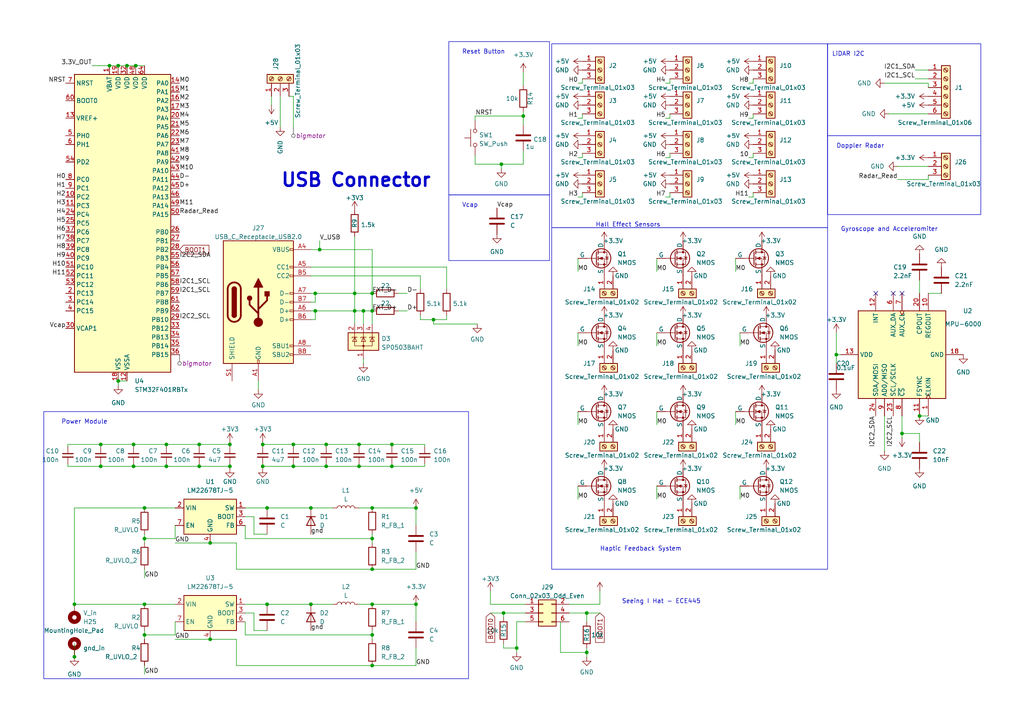
<source format=kicad_sch>
(kicad_sch (version 20230121) (generator eeschema)
  (paper "A4")
  (junction (at 60.96 157.48))
  (junction (at 41.91 147.32))
  (junction (at 66.675 128.905))
  (junction (at 66.675 135.255))
  (junction (at 48.26 128.905))
  (junction (at 149.86 187.96))
  (junction (at 38.735 135.255))
  (junction (at 107.95 175.26))
  (junction (at 60.96 185.42))
  (junction (at 261.62 125.73))
  (junction (at 107.95 147.32))
  (junction (at 170.18 189.23))
  (junction (at 57.785 128.905))
  (junction (at 102.87 90.17))
  (junction (at 76.2 135.255))
  (junction (at 41.91 184.15))
  (junction (at 125.73 92.71))
  (junction (at 242.57 102.87))
  (junction (at 151.765 33.655))
  (junction (at 21.59 175.26))
  (junction (at 77.47 147.32))
  (junction (at 102.87 85.09))
  (junction (at 91.44 90.17))
  (junction (at 113.665 128.905))
  (junction (at 57.785 135.255))
  (junction (at 107.95 156.21))
  (junction (at 145.415 47.625))
  (junction (at 36.83 19.05))
  (junction (at 107.95 85.09))
  (junction (at 29.21 135.255))
  (junction (at 94.615 128.905))
  (junction (at 107.95 165.1))
  (junction (at 39.37 19.05))
  (junction (at 31.75 19.05))
  (junction (at 91.44 85.09))
  (junction (at 120.65 147.32))
  (junction (at 107.95 193.04))
  (junction (at 146.05 177.8))
  (junction (at 107.95 90.17))
  (junction (at 266.7 120.65))
  (junction (at 29.21 128.905))
  (junction (at 85.09 135.255))
  (junction (at 120.65 175.26))
  (junction (at 77.47 175.26))
  (junction (at 85.09 128.905))
  (junction (at 92.71 72.39))
  (junction (at 90.17 147.32))
  (junction (at 104.14 128.905))
  (junction (at 48.26 135.255))
  (junction (at 105.41 90.17))
  (junction (at 34.29 110.49))
  (junction (at 76.2 128.905))
  (junction (at 107.95 184.15))
  (junction (at 104.14 135.255))
  (junction (at 21.59 190.5))
  (junction (at 38.735 128.905))
  (junction (at 41.91 175.26))
  (junction (at 90.17 175.26))
  (junction (at 94.615 135.255))
  (junction (at 34.29 19.05))
  (junction (at 170.18 177.8))
  (junction (at 113.665 135.255))
  (junction (at 41.91 156.21))
  (no_connect (at 254 85.09))
  (no_connect (at 259.08 85.09))
  (no_connect (at 261.62 85.09))
  (wire (pts (xy 90.17 175.26) (xy 96.52 175.26)))
  (wire (pts (xy 213.36 74.93) (xy 213.36 78.74)))
  (wire (pts (xy 66.675 128.905) (xy 66.675 129.54)))
  (wire (pts (xy 68.58 165.1) (xy 68.58 157.48)))
  (wire (pts (xy 190.5 119.38) (xy 190.5 123.19)))
  (wire (pts (xy 21.59 175.26) (xy 41.91 175.26)))
  (wire (pts (xy 269.24 24.13) (xy 269.24 25.4)))
  (wire (pts (xy 41.91 175.26) (xy 50.8 175.26)))
  (wire (pts (xy 94.615 134.62) (xy 94.615 135.255)))
  (wire (pts (xy 66.675 135.255) (xy 57.785 135.255)))
  (wire (pts (xy 149.86 180.34) (xy 149.86 187.96)))
  (wire (pts (xy 168.91 34.29) (xy 168.91 33.02)))
  (wire (pts (xy 91.44 90.17) (xy 102.87 90.17)))
  (wire (pts (xy 38.735 135.255) (xy 29.21 135.255)))
  (wire (pts (xy 102.87 85.09) (xy 107.95 85.09)))
  (wire (pts (xy 104.14 135.255) (xy 113.665 135.255)))
  (wire (pts (xy 102.87 90.17) (xy 105.41 90.17)))
  (wire (pts (xy 269.24 85.09) (xy 273.05 85.09)))
  (wire (pts (xy 76.2 128.27) (xy 76.2 128.905)))
  (wire (pts (xy 104.14 128.905) (xy 113.665 128.905)))
  (wire (pts (xy 107.95 165.1) (xy 120.65 165.1)))
  (wire (pts (xy 107.95 193.04) (xy 120.65 193.04)))
  (wire (pts (xy 66.675 135.255) (xy 66.675 134.62)))
  (wire (pts (xy 261.62 125.73) (xy 266.7 125.73)))
  (wire (pts (xy 165.1 180.34) (xy 162.56 180.34)))
  (wire (pts (xy 137.795 33.655) (xy 151.765 33.655)))
  (wire (pts (xy 90.17 90.17) (xy 91.44 90.17)))
  (wire (pts (xy 107.95 90.17) (xy 105.41 90.17)))
  (wire (pts (xy 76.2 128.905) (xy 85.09 128.905)))
  (wire (pts (xy 165.1 175.26) (xy 173.99 175.26)))
  (wire (pts (xy 257.81 33.02) (xy 269.24 33.02)))
  (wire (pts (xy 146.05 186.69) (xy 146.05 187.96)))
  (wire (pts (xy 218.44 34.29) (xy 218.44 33.02)))
  (wire (pts (xy 113.665 128.905) (xy 123.19 128.905)))
  (wire (pts (xy 167.64 74.93) (xy 167.64 78.74)))
  (wire (pts (xy 120.65 187.96) (xy 120.65 193.04)))
  (wire (pts (xy 90.17 72.39) (xy 92.71 72.39)))
  (wire (pts (xy 167.64 57.15) (xy 168.91 57.15)))
  (wire (pts (xy 256.54 24.13) (xy 269.24 24.13)))
  (wire (pts (xy 120.65 175.26) (xy 120.65 180.34)))
  (wire (pts (xy 269.24 52.07) (xy 269.24 50.8)))
  (wire (pts (xy 151.765 32.385) (xy 151.765 33.655)))
  (wire (pts (xy 218.44 24.13) (xy 218.44 22.86)))
  (wire (pts (xy 152.4 177.8) (xy 146.05 177.8)))
  (wire (pts (xy 85.09 36.83) (xy 85.09 27.94)))
  (wire (pts (xy 107.95 90.17) (xy 107.95 93.98)))
  (wire (pts (xy 121.92 92.71) (xy 125.73 92.71)))
  (wire (pts (xy 167.64 45.72) (xy 168.91 45.72)))
  (wire (pts (xy 151.765 43.815) (xy 151.765 47.625)))
  (wire (pts (xy 102.87 68.58) (xy 102.87 85.09)))
  (wire (pts (xy 19.685 128.905) (xy 19.685 129.54)))
  (wire (pts (xy 76.2 135.89) (xy 76.2 135.255)))
  (wire (pts (xy 41.91 165.1) (xy 41.91 167.64)))
  (wire (pts (xy 73.66 154.94) (xy 73.66 149.86)))
  (wire (pts (xy 149.86 187.96) (xy 149.86 189.23)))
  (wire (pts (xy 129.54 91.44) (xy 129.54 92.71)))
  (wire (pts (xy 77.47 182.88) (xy 73.66 182.88)))
  (wire (pts (xy 123.19 135.255) (xy 123.19 134.62)))
  (wire (pts (xy 170.18 177.8) (xy 170.18 180.34)))
  (wire (pts (xy 162.56 180.34) (xy 162.56 189.23)))
  (wire (pts (xy 217.17 24.13) (xy 218.44 24.13)))
  (wire (pts (xy 91.44 90.17) (xy 91.44 92.71)))
  (wire (pts (xy 77.47 154.94) (xy 73.66 154.94)))
  (wire (pts (xy 120.65 147.32) (xy 120.65 152.4)))
  (wire (pts (xy 242.57 102.87) (xy 243.84 102.87)))
  (wire (pts (xy 94.615 129.54) (xy 94.615 128.905)))
  (wire (pts (xy 217.17 57.15) (xy 218.44 57.15)))
  (wire (pts (xy 60.96 157.48) (xy 68.58 157.48)))
  (wire (pts (xy 107.95 184.15) (xy 107.95 185.42)))
  (wire (pts (xy 105.41 90.17) (xy 105.41 93.98)))
  (wire (pts (xy 256.54 120.65) (xy 256.54 130.81)))
  (wire (pts (xy 57.785 128.905) (xy 48.26 128.905)))
  (wire (pts (xy 41.91 154.94) (xy 41.91 156.21)))
  (wire (pts (xy 265.43 20.32) (xy 269.24 20.32)))
  (wire (pts (xy 73.66 182.88) (xy 73.66 177.8)))
  (wire (pts (xy 242.57 102.87) (xy 242.57 105.41)))
  (wire (pts (xy 102.87 85.09) (xy 102.87 90.17)))
  (wire (pts (xy 68.58 193.04) (xy 68.58 185.42)))
  (wire (pts (xy 38.735 128.905) (xy 29.21 128.905)))
  (wire (pts (xy 29.21 129.54) (xy 29.21 128.905)))
  (wire (pts (xy 214.63 96.52) (xy 214.63 100.33)))
  (wire (pts (xy 60.96 185.42) (xy 68.58 185.42)))
  (wire (pts (xy 123.19 128.905) (xy 123.19 129.54)))
  (wire (pts (xy 218.44 57.15) (xy 218.44 55.88)))
  (wire (pts (xy 50.8 156.21) (xy 50.8 152.4)))
  (wire (pts (xy 194.31 57.15) (xy 194.31 55.88)))
  (wire (pts (xy 81.28 36.83) (xy 81.28 27.94)))
  (wire (pts (xy 149.86 180.34) (xy 152.4 180.34)))
  (wire (pts (xy 261.62 125.73) (xy 261.62 127)))
  (wire (pts (xy 41.91 147.32) (xy 50.8 147.32)))
  (wire (pts (xy 71.12 152.4) (xy 71.12 156.21)))
  (wire (pts (xy 193.04 45.72) (xy 194.31 45.72)))
  (wire (pts (xy 105.41 104.14) (xy 105.41 105.41)))
  (wire (pts (xy 21.59 175.26) (xy 21.59 147.32)))
  (wire (pts (xy 194.31 24.13) (xy 194.31 22.86)))
  (wire (pts (xy 71.12 184.15) (xy 107.95 184.15)))
  (wire (pts (xy 90.17 80.01) (xy 121.92 80.01)))
  (wire (pts (xy 48.26 128.905) (xy 38.735 128.905)))
  (wire (pts (xy 167.64 119.38) (xy 167.64 123.19)))
  (wire (pts (xy 113.665 135.255) (xy 123.19 135.255)))
  (wire (pts (xy 165.1 177.8) (xy 170.18 177.8)))
  (wire (pts (xy 21.59 147.32) (xy 41.91 147.32)))
  (wire (pts (xy 151.765 33.655) (xy 151.765 36.195)))
  (wire (pts (xy 266.7 125.73) (xy 266.7 128.27)))
  (wire (pts (xy 90.17 77.47) (xy 129.54 77.47)))
  (wire (pts (xy 50.8 157.48) (xy 60.96 157.48)))
  (wire (pts (xy 125.73 93.98) (xy 138.43 93.98)))
  (wire (pts (xy 120.65 160.02) (xy 120.65 165.1)))
  (wire (pts (xy 71.12 147.32) (xy 77.47 147.32)))
  (wire (pts (xy 85.09 134.62) (xy 85.09 135.255)))
  (wire (pts (xy 194.31 34.29) (xy 194.31 33.02)))
  (wire (pts (xy 190.5 140.97) (xy 190.5 144.78)))
  (wire (pts (xy 34.29 110.49) (xy 34.29 111.76)))
  (wire (pts (xy 31.75 19.05) (xy 34.29 19.05)))
  (wire (pts (xy 73.66 149.86) (xy 71.12 149.86)))
  (wire (pts (xy 113.665 129.54) (xy 113.665 128.905)))
  (wire (pts (xy 90.17 85.09) (xy 91.44 85.09)))
  (wire (pts (xy 129.54 92.71) (xy 125.73 92.71)))
  (wire (pts (xy 162.56 189.23) (xy 170.18 189.23)))
  (wire (pts (xy 92.71 72.39) (xy 107.95 72.39)))
  (wire (pts (xy 66.675 135.89) (xy 66.675 135.255)))
  (wire (pts (xy 142.24 177.8) (xy 146.05 177.8)))
  (wire (pts (xy 76.2 135.255) (xy 76.2 134.62)))
  (wire (pts (xy 137.795 47.625) (xy 145.415 47.625)))
  (wire (pts (xy 71.12 175.26) (xy 77.47 175.26)))
  (wire (pts (xy 173.99 175.26) (xy 173.99 171.45)))
  (wire (pts (xy 167.64 24.13) (xy 168.91 24.13)))
  (wire (pts (xy 167.64 34.29) (xy 168.91 34.29)))
  (wire (pts (xy 193.04 57.15) (xy 194.31 57.15)))
  (wire (pts (xy 190.5 96.52) (xy 190.5 100.33)))
  (wire (pts (xy 38.735 129.54) (xy 38.735 128.905)))
  (wire (pts (xy 91.44 85.09) (xy 102.87 85.09)))
  (wire (pts (xy 68.58 193.04) (xy 107.95 193.04)))
  (wire (pts (xy 68.58 165.1) (xy 107.95 165.1)))
  (wire (pts (xy 19.685 135.255) (xy 19.685 134.62)))
  (wire (pts (xy 261.62 120.65) (xy 261.62 125.73)))
  (wire (pts (xy 41.91 184.15) (xy 50.8 184.15)))
  (wire (pts (xy 146.05 187.96) (xy 149.86 187.96)))
  (wire (pts (xy 29.21 134.62) (xy 29.21 135.255)))
  (wire (pts (xy 137.795 34.925) (xy 137.795 33.655)))
  (wire (pts (xy 41.91 184.15) (xy 41.91 185.42)))
  (wire (pts (xy 48.26 129.54) (xy 48.26 128.905)))
  (wire (pts (xy 107.95 182.88) (xy 107.95 184.15)))
  (wire (pts (xy 92.71 72.39) (xy 92.71 69.85)))
  (wire (pts (xy 41.91 182.88) (xy 41.91 184.15)))
  (wire (pts (xy 260.35 52.07) (xy 269.24 52.07)))
  (wire (pts (xy 107.95 85.09) (xy 107.95 90.17)))
  (wire (pts (xy 145.415 47.625) (xy 145.415 48.895)))
  (wire (pts (xy 104.14 147.32) (xy 107.95 147.32)))
  (wire (pts (xy 85.09 129.54) (xy 85.09 128.905)))
  (wire (pts (xy 73.66 177.8) (xy 71.12 177.8)))
  (wire (pts (xy 194.31 45.72) (xy 194.31 44.45)))
  (wire (pts (xy 168.91 45.72) (xy 168.91 44.45)))
  (wire (pts (xy 85.09 128.905) (xy 94.615 128.905)))
  (wire (pts (xy 41.91 156.21) (xy 41.91 157.48)))
  (wire (pts (xy 66.675 128.905) (xy 57.785 128.905)))
  (wire (pts (xy 168.91 24.13) (xy 168.91 22.86)))
  (wire (pts (xy 78.74 27.94) (xy 78.74 30.48)))
  (wire (pts (xy 168.91 57.15) (xy 168.91 55.88)))
  (wire (pts (xy 41.91 193.04) (xy 41.91 195.58)))
  (wire (pts (xy 94.615 128.905) (xy 104.14 128.905)))
  (wire (pts (xy 90.17 147.32) (xy 96.52 147.32)))
  (wire (pts (xy 74.93 110.49) (xy 74.93 113.03)))
  (wire (pts (xy 104.14 175.26) (xy 107.95 175.26)))
  (wire (pts (xy 217.17 45.72) (xy 218.44 45.72)))
  (wire (pts (xy 26.67 19.05) (xy 31.75 19.05)))
  (wire (pts (xy 71.12 156.21) (xy 107.95 156.21)))
  (wire (pts (xy 50.8 185.42) (xy 60.96 185.42)))
  (wire (pts (xy 260.35 48.26) (xy 269.24 48.26)))
  (wire (pts (xy 167.64 96.52) (xy 167.64 100.33)))
  (wire (pts (xy 29.21 135.255) (xy 19.685 135.255)))
  (wire (pts (xy 90.17 92.71) (xy 91.44 92.71)))
  (wire (pts (xy 113.665 134.62) (xy 113.665 135.255)))
  (wire (pts (xy 217.17 34.29) (xy 218.44 34.29)))
  (wire (pts (xy 265.43 22.86) (xy 269.24 22.86)))
  (wire (pts (xy 142.24 175.26) (xy 142.24 171.45)))
  (wire (pts (xy 146.05 177.8) (xy 146.05 179.07)))
  (wire (pts (xy 50.8 184.15) (xy 50.8 180.34)))
  (wire (pts (xy 121.92 80.01) (xy 121.92 83.82)))
  (wire (pts (xy 170.18 187.96) (xy 170.18 189.23)))
  (wire (pts (xy 115.57 90.17) (xy 118.11 90.17)))
  (wire (pts (xy 34.29 19.05) (xy 36.83 19.05)))
  (wire (pts (xy 266.7 120.65) (xy 269.24 120.65)))
  (wire (pts (xy 137.795 45.085) (xy 137.795 47.625)))
  (wire (pts (xy 151.765 20.955) (xy 151.765 24.765)))
  (wire (pts (xy 76.2 135.255) (xy 85.09 135.255)))
  (wire (pts (xy 151.765 47.625) (xy 145.415 47.625)))
  (wire (pts (xy 107.95 156.21) (xy 107.95 157.48)))
  (wire (pts (xy 90.17 87.63) (xy 91.44 87.63)))
  (wire (pts (xy 38.735 134.62) (xy 38.735 135.255)))
  (wire (pts (xy 57.785 135.255) (xy 48.26 135.255)))
  (wire (pts (xy 85.09 135.255) (xy 94.615 135.255)))
  (wire (pts (xy 21.59 186.69) (xy 21.59 190.5)))
  (wire (pts (xy 193.04 24.13) (xy 194.31 24.13)))
  (wire (pts (xy 107.95 72.39) (xy 107.95 85.09)))
  (wire (pts (xy 48.26 135.255) (xy 38.735 135.255)))
  (wire (pts (xy 213.36 119.38) (xy 213.36 123.19)))
  (wire (pts (xy 190.5 74.93) (xy 190.5 78.74)))
  (wire (pts (xy 115.57 85.09) (xy 118.11 85.09)))
  (wire (pts (xy 57.785 129.54) (xy 57.785 128.905)))
  (wire (pts (xy 36.83 19.05) (xy 39.37 19.05)))
  (wire (pts (xy 94.615 135.255) (xy 104.14 135.255)))
  (wire (pts (xy 107.95 154.94) (xy 107.95 156.21)))
  (wire (pts (xy 71.12 180.34) (xy 71.12 184.15)))
  (wire (pts (xy 218.44 45.72) (xy 218.44 44.45)))
  (wire (pts (xy 125.73 92.71) (xy 125.73 93.98)))
  (wire (pts (xy 104.14 129.54) (xy 104.14 128.905)))
  (wire (pts (xy 85.09 27.94) (xy 83.82 27.94)))
  (wire (pts (xy 91.44 87.63) (xy 91.44 85.09)))
  (wire (pts (xy 170.18 177.8) (xy 173.99 177.8)))
  (wire (pts (xy 121.92 91.44) (xy 121.92 92.71)))
  (wire (pts (xy 193.04 34.29) (xy 194.31 34.29)))
  (wire (pts (xy 66.675 128.27) (xy 66.675 128.905)))
  (wire (pts (xy 107.95 175.26) (xy 120.65 175.26)))
  (wire (pts (xy 266.7 81.28) (xy 266.7 85.09)))
  (wire (pts (xy 102.87 90.17) (xy 102.87 93.98)))
  (wire (pts (xy 167.64 140.97) (xy 167.64 144.78)))
  (wire (pts (xy 129.54 77.47) (xy 129.54 83.82)))
  (wire (pts (xy 142.24 175.26) (xy 152.4 175.26)))
  (wire (pts (xy 48.26 134.62) (xy 48.26 135.255)))
  (wire (pts (xy 39.37 19.05) (xy 41.91 19.05)))
  (wire (pts (xy 34.29 110.49) (xy 36.83 110.49)))
  (wire (pts (xy 57.785 134.62) (xy 57.785 135.255)))
  (wire (pts (xy 107.95 147.32) (xy 120.65 147.32)))
  (wire (pts (xy 242.57 96.52) (xy 242.57 102.87)))
  (wire (pts (xy 104.14 134.62) (xy 104.14 135.255)))
  (wire (pts (xy 41.91 156.21) (xy 50.8 156.21)))
  (wire (pts (xy 76.2 128.905) (xy 76.2 129.54)))
  (wire (pts (xy 170.18 189.23) (xy 170.18 190.5)))
  (wire (pts (xy 214.63 140.97) (xy 214.63 144.78)))
  (wire (pts (xy 77.47 175.26) (xy 90.17 175.26)))
  (wire (pts (xy 77.47 147.32) (xy 90.17 147.32)))
  (wire (pts (xy 29.21 128.905) (xy 19.685 128.905)))
  (rectangle (start 130.175 12.065) (end 159.385 56.515))
  (rectangle (start 240.03 12.7) (end 284.48 39.37))
  (rectangle (start 160.02 66.04) (end 240.03 165.1))
  (rectangle (start 240.03 39.37) (end 284.48 62.23))
  (rectangle (start 160.02 12.7) (end 240.03 66.04))
  (rectangle (start 12.7 119.38) (end 135.89 196.85))
  (rectangle (start 130.175 56.515) (end 159.385 75.565))
  (text "Hall Effect Sensors" (at 172.72 66.04 0) (effects (font (size 1.27 1.27)) (justify left bottom)))
  (text "Gyroscope and Acceleromiter" (at 243.84 67.31 0) (effects (font (size 1.27 1.27)) (justify left bottom)))
  (text "Power Module\n" (at 17.78 123.19 0) (effects (font (size 1.27 1.27)) (justify left bottom)))
  (text "Seeing I Hat - ECE445\n" (at 180.34 175.26 0) (effects (font (size 1.27 1.27)) (justify left bottom)))
  (text "Haptic Feedback System" (at 173.99 160.02 0) (effects (font (size 1.27 1.27)) (justify left bottom)))
  (text "LiDAR I2C" (at 241.3 16.51 0) (effects (font (size 1.27 1.27)) (justify left bottom)))
  (text "Vcap" (at 133.985 60.325 0) (effects (font (size 1.27 1.27)) (justify left bottom)))
  (text "Reset Button\n" (at 133.985 15.875 0) (effects (font (size 1.27 1.27)) (justify left bottom)))
  (text "USB Connector" (at 81.28 54.61 0) (effects (font (size 3.81 3.81) (thickness 0.762) bold) (justify left bottom)))
  (text "Doppler Radar\n" (at 242.57 43.18 0) (effects (font (size 1.27 1.27)) (justify left bottom)))
  (label "M9" (at 52.07 46.99 0))
  (label "I2C1_SCL" (at 265.43 22.86 180))
  (label "I2C2_SCL" (at 259.08 120.65 270))
  (label "H2" (at 167.64 45.72 180))
  (label "EXT_D+" (at 107.95 90.17 0))
  (label "GND" (at 41.91 195.58 0))
  (label "H1" (at 19.05 54.61 180))
  (label "I2C2_SDA" (at 254 120.65 270))
  (label "M5" (at 52.07 36.83 0))
  (label "D+" (at 52.07 54.61 0))
  (label "Vcap" (at 144.145 60.325 0))
  (label "3.3V_OUT" (at 26.67 19.05 180))
  (label "H1" (at 167.64 34.29 180))
  (label "Vcap" (at 19.05 95.25 180))
  (label "M0" (at 167.64 78.74 0))
  (label "H7" (at 19.05 69.85 180))
  (label "H0" (at 167.64 24.13 180))
  (label "H10" (at 19.05 77.47 180))
  (label "M0" (at 190.5 78.74 0))
  (label "H6" (at 19.05 67.31 180))
  (label "GND" (at 50.8 185.42 0))
  (label "I2C1_SCL" (at 52.07 82.55 0))
  (label "H11" (at 19.05 80.01 180))
  (label "M11" (at 52.07 59.69 0))
  (label "10" (at 217.17 45.72 180))
  (label "M0" (at 214.63 100.33 0))
  (label "M0" (at 167.64 100.33 0))
  (label "gnd" (at 90.17 182.88 0))
  (label "H9" (at 19.05 74.93 180))
  (label "M1" (at 52.07 26.67 0))
  (label "H2" (at 19.05 57.15 180))
  (label "H4" (at 193.04 24.13 180))
  (label "I2C2_SDA" (at 52.07 74.93 0))
  (label "I2C2_SCL" (at 52.07 92.71 0))
  (label "gnd" (at 90.17 154.94 0))
  (label "NRST" (at 142.875 33.655 180))
  (label "M0" (at 167.64 144.78 0))
  (label "GND" (at 41.91 167.64 0))
  (label "M8" (at 52.07 44.45 0))
  (label "D-" (at 52.07 52.07 0))
  (label "M10" (at 52.07 49.53 0))
  (label "M0" (at 213.36 123.19 0))
  (label "H9" (at 217.17 34.29 180))
  (label "H8" (at 19.05 72.39 180))
  (label "H11" (at 217.17 57.15 180))
  (label "M0" (at 214.63 144.78 0))
  (label "H4" (at 19.05 62.23 180))
  (label "I2C1_SDA" (at 265.43 20.32 180))
  (label "M7" (at 52.07 41.91 0))
  (label "M0" (at 190.5 123.19 0))
  (label "GND" (at 50.8 157.48 0))
  (label "Radar_Read" (at 260.35 52.07 180))
  (label "M0" (at 167.64 123.19 0))
  (label "H8" (at 217.17 24.13 180))
  (label "H6" (at 193.04 45.72 180))
  (label "V_USB" (at 92.71 69.85 0))
  (label "EXT_D-" (at 107.95 85.09 0))
  (label "M0" (at 213.36 78.74 0))
  (label "M4" (at 52.07 34.29 0))
  (label "GND" (at 120.65 193.04 0))
  (label "H3" (at 167.64 57.15 180))
  (label "H3" (at 19.05 59.69 180))
  (label "H5" (at 193.04 34.29 180))
  (label "H0" (at 19.05 52.07 180))
  (label "M0" (at 190.5 144.78 0))
  (label "D-" (at 118.11 85.09 0))
  (label "GND" (at 120.65 165.1 0))
  (label "M0" (at 190.5 100.33 0))
  (label "M0" (at 52.07 24.13 0))
  (label "M3" (at 52.07 31.75 0))
  (label "M2" (at 52.07 29.21 0))
  (label "NRST" (at 19.05 24.13 180))
  (label "H7" (at 193.04 57.15 180))
  (label "D+" (at 118.11 90.17 0))
  (label "Radar_Read" (at 52.07 62.23 0))
  (label "M6" (at 52.07 39.37 0))
  (label "I2C1_SCL" (at 52.07 85.09 0))
  (label "H5" (at 19.05 64.77 180))
  (global_label "BOOT0" (shape input) (at 142.24 177.8 270) (property "Intersheetrefs" "${INTERSHEET_REFS}" (effects hide)))
  (global_label "BOOT1" (shape input) (at 173.99 177.8 270) (property "Intersheetrefs" "${INTERSHEET_REFS}" (effects hide)))
  (global_label "BOOT1" (shape input) (at 52.07 72.39 0) (property "Intersheetrefs" "${INTERSHEET_REFS}" (effects hide)))
  (netclass_flag "" (length 2.54) (shape round) (at 85.09 36.83 180) (property "Netclass" "bigmotor" (at 85.7885 39.37 0) (effects (font italic) (justify left))))
  (netclass_flag "" (length 2.54) (shape round) (at 52.07 102.87 180) (property "Netclass" "bigmotor" (at 52.7685 105.41 0) (effects (font italic) (justify left))))
  (symbol (lib_id "Connector:Screw_Terminal_01x03") (at 199.39 41.91 0) (unit 1)
    (property "Reference" "J8" (at 201.93 40.64 0) (effects (justify left)))
    (property "Value" "Screw_Terminal_01x03" (at 187.96 46.99 0) (effects (justify left)))
  )
  (symbol (lib_id "STM32F4_REV2-rescue:+3.3V-power") (at 66.675 128.27 0) (mirror y) (unit 1)
    (property "Reference" "#PWR01" (effects hide))
    (property "Value" "+3.3V" (at 66.675 124.46 0))
  )
  (symbol (lib_id "power:GND") (at 168.91 20.32 270) (mirror x) (unit 1)
    (property "Reference" "#PWR032" (effects hide))
    (property "Value" "GND" (at 165.1 20.32 90) (effects (justify right)))
  )
  (symbol (lib_id "power:GND") (at 256.54 24.13 270) (mirror x) (unit 1)
    (property "Reference" "#PWR023" (effects hide))
    (property "Value" "GND" (at 252.73 24.13 90) (effects (justify right)))
  )
  (symbol (lib_id "power:+3.3V") (at 198.12 114.3 0) (unit 1)
    (property "Reference" "#PWR043" (effects hide))
    (property "Value" "+3.3V" (at 200.66 114.3 0))
  )
  (symbol (lib_id "Connector:Screw_Terminal_01x03") (at 199.39 53.34 0) (unit 1)
    (property "Reference" "J9" (at 201.93 52.07 0) (effects (justify left)))
    (property "Value" "Screw_Terminal_01x03" (at 187.96 58.42 0) (effects (justify left)))
  )
  (symbol (lib_id "Connector:Screw_Terminal_01x03") (at 173.99 41.91 0) (unit 1)
    (property "Reference" "J4" (at 176.53 40.64 0) (effects (justify left)))
    (property "Value" "Screw_Terminal_01x03" (at 162.56 46.99 0) (effects (justify left)))
  )
  (symbol (lib_id "power:GND") (at 223.52 80.01 180) (unit 1)
    (property "Reference" "#PWR013" (effects hide))
    (property "Value" "GND" (at 226.06 80.01 0))
  )
  (symbol (lib_id "power:GND") (at 260.35 48.26 270) (unit 1)
    (property "Reference" "#PWR052" (effects hide))
    (property "Value" "GND" (at 256.54 48.26 90) (effects (justify right)))
  )
  (symbol (lib_id "power:GND") (at 194.31 41.91 270) (mirror x) (unit 1)
    (property "Reference" "#PWR064" (effects hide))
    (property "Value" "GND" (at 190.5 41.91 90) (effects (justify right)))
  )
  (symbol (lib_id "power:+3.3V") (at 198.12 69.85 0) (unit 1)
    (property "Reference" "#PWR05" (effects hide))
    (property "Value" "+3.3V" (at 200.66 69.85 0))
  )
  (symbol (lib_id "power:GND") (at 21.59 190.5 0) (unit 1)
    (property "Reference" "#PWR062" (effects hide))
    (property "Value" "GND" (at 21.59 195.58 0))
  )
  (symbol (lib_id "power:GND") (at 266.7 120.65 0) (unit 1)
    (property "Reference" "#PWR058" (effects hide))
    (property "Value" "GND" (at 270.51 121.92 0))
  )
  (symbol (lib_id "power:GND") (at 224.79 101.6 180) (unit 1)
    (property "Reference" "#PWR019" (effects hide))
    (property "Value" "GND" (at 227.33 101.6 0))
  )
  (symbol (lib_id "Connector:Screw_Terminal_01x03") (at 274.32 48.26 0) (unit 1)
    (property "Reference" "J26" (at 276.86 46.99 0) (effects (justify left)))
    (property "Value" "Screw_Terminal_01x03" (at 262.89 53.34 0) (effects (justify left)))
  )
  (symbol (lib_id "power:+3.3V") (at 222.25 135.89 0) (unit 1)
    (property "Reference" "#PWR048" (effects hide))
    (property "Value" "+3.3V" (at 224.79 135.89 0))
  )
  (symbol (lib_id "Connector:Screw_Terminal_01x03") (at 173.99 30.48 0) (unit 1)
    (property "Reference" "J3" (at 176.53 29.21 0) (effects (justify left)))
    (property "Value" "Screw_Terminal_01x03" (at 162.56 35.56 0) (effects (justify left)))
  )
  (symbol (lib_id "Switch:SW_Push") (at 137.795 40.005 90) (unit 1)
    (property "Reference" "SW1" (at 138.938 39.1703 90) (effects (justify right)))
    (property "Value" "SW_Push" (at 138.938 41.7072 90) (effects (justify right)))
    (property "Footprint" "Button_Switch_SMD:SW_SPST_B3S-1000" (effects hide))
    (property "Datasheet" "https://www.digikey.com/en/products/detail/omron-electronics-inc-emc-div/B3S-1000/20686" (effects hide))
  )
  (symbol (lib_id "Device:C_Small") (at 85.09 132.08 0) (unit 1)
    (property "Reference" "C12" (at 87.63 130.81 0) (effects (justify left)))
    (property "Value" "100n" (at 87.63 133.35 0) (effects (justify left)))
    (property "Footprint" "Capacitor_SMD:C_0402_1005Metric" (effects hide))
    (property "LCSC Part #" "C1525" (effects hide))
  )
  (symbol (lib_id "Device:C_Small") (at 48.26 132.08 0) (mirror y) (unit 1)
    (property "Reference" "C7" (at 45.72 130.81 0) (effects (justify left)))
    (property "Value" "100n" (at 45.72 133.35 0) (effects (justify left)))
    (property "Footprint" "Capacitor_SMD:C_0402_1005Metric" (effects hide))
    (property "LCSC Part #" "C1525" (effects hide))
  )
  (symbol (lib_id "power:GND") (at 218.44 20.32 270) (mirror x) (unit 1)
    (property "Reference" "#PWR068" (effects hide))
    (property "Value" "GND" (at 214.63 20.32 90) (effects (justify right)))
  )
  (symbol (lib_id "power:GND") (at 200.66 101.6 180) (unit 1)
    (property "Reference" "#PWR017" (effects hide))
    (property "Value" "GND" (at 203.2 101.6 0))
  )
  (symbol (lib_id "power:GND") (at 177.8 146.05 180) (unit 1)
    (property "Reference" "#PWR042" (effects hide))
    (property "Value" "GND" (at 180.34 146.05 0))
  )
  (symbol (lib_id "power:+3.3V") (at 151.765 20.955 0) (unit 1)
    (property "Reference" "#PWR080" (effects hide))
    (property "Value" "+3.3V" (at 151.765 15.875 0))
  )
  (symbol (lib_id "power:GND") (at 266.7 73.66 180) (unit 1)
    (property "Reference" "#PWR055" (effects hide))
    (property "Value" "GND" (at 266.7 68.58 0))
  )
  (symbol (lib_id "basic:R") (at 111.76 90.17 270) (unit 1)
    (property "Reference" "R11" (effects hide))
    (property "Value" "22" (at 111.76 87.9912 90))
    (property "Footprint" "Resistor_SMD:R_0603_1608Metric" (effects hide))
  )
  (symbol (lib_id "MCU_ST_STM32F4:STM32F401RBTx") (at 34.29 64.77 0) (unit 1)
    (property "Reference" "U4" (at 39.0241 110.49 0) (effects (justify left)))
    (property "Value" "STM32F401RBTx" (at 39.0241 113.03 0) (effects (justify left)))
    (property "Footprint" "Package_QFP:LQFP-64_10x10mm_P0.5mm" (effects hide))
    (property "Datasheet" "https://www.st.com/resource/en/datasheet/stm32f401rb.pdf" (effects hide))
  )
  (symbol (lib_id "Connector:Screw_Terminal_01x02") (at 198.12 129.54 90) (mirror x) (unit 1)
    (property "Reference" "J22" (at 195.58 128.27 90) (effects (justify left)))
    (property "Value" "Screw_Terminal_01x02" (at 208.28 132.08 90) (effects (justify left)))
  )
  (symbol (lib_id "Device:R") (at 41.91 189.23 0) (unit 1)
    (property "Reference" "R4" (at 38.1 187.96 0) (effects (justify left)))
    (property "Value" "R_UVLO_2" (at 30.48 190.5 0) (effects (justify left)))
    (property "Footprint" "Resistor_SMD:R_1210_3225Metric_Pad1.30x2.65mm_HandSolder" (effects hide))
  )
  (symbol (lib_id "power:GND") (at 168.91 41.91 270) (mirror x) (unit 1)
    (property "Reference" "#PWR031" (effects hide))
    (property "Value" "GND" (at 165.1 41.91 90) (effects (justify right)))
  )
  (symbol (lib_id "Connector:Screw_Terminal_01x02") (at 220.98 129.54 90) (mirror x) (unit 1)
    (property "Reference" "J24" (at 218.44 128.27 90) (effects (justify left)))
    (property "Value" "Screw_Terminal_01x02" (at 231.14 132.08 90) (effects (justify left)))
  )
  (symbol (lib_id "Simulation_SPICE:NMOS") (at 195.58 140.97 0) (unit 1)
    (property "Reference" "Q10" (at 201.93 139.7 0) (effects (justify left)))
    (property "Value" "NMOS" (at 201.93 142.24 0) (effects (justify left)))
    (property "Datasheet" "https://ngspice.sourceforge.io/docs/ngspice-manual.pdf" (effects hide))
    (property "Sim.Device" "NMOS" (effects hide))
    (property "Sim.Type" "VDMOS" (effects hide))
    (property "Sim.Pins" "1=D 2=G 3=S" (effects hide))
  )
  (symbol (lib_id "Simulation_SPICE:NMOS") (at 172.72 140.97 0) (unit 1)
    (property "Reference" "Q8" (at 179.07 139.7 0) (effects (justify left)))
    (property "Value" "NMOS" (at 179.07 142.24 0) (effects (justify left)))
    (property "Datasheet" "https://ngspice.sourceforge.io/docs/ngspice-manual.pdf" (effects hide))
    (property "Sim.Device" "NMOS" (effects hide))
    (property "Sim.Type" "VDMOS" (effects hide))
    (property "Sim.Pins" "1=D 2=G 3=S" (effects hide))
  )
  (symbol (lib_id "Simulation_SPICE:NMOS") (at 195.58 96.52 0) (unit 1)
    (property "Reference" "Q5" (at 201.93 95.25 0) (effects (justify left)))
    (property "Value" "NMOS" (at 201.93 97.79 0) (effects (justify left)))
    (property "Datasheet" "https://ngspice.sourceforge.io/docs/ngspice-manual.pdf" (effects hide))
    (property "Sim.Device" "NMOS" (effects hide))
    (property "Sim.Type" "VDMOS" (effects hide))
    (property "Sim.Pins" "1=D 2=G 3=S" (effects hide))
  )
  (symbol (lib_id "power:GND") (at 177.8 101.6 180) (unit 1)
    (property "Reference" "#PWR015" (effects hide))
    (property "Value" "GND" (at 180.34 101.6 0))
  )
  (symbol (lib_id "power:GND") (at 200.66 146.05 180) (unit 1)
    (property "Reference" "#PWR046" (effects hide))
    (property "Value" "GND" (at 203.2 146.05 0))
  )
  (symbol (lib_id "Connector:Screw_Terminal_01x03") (at 223.52 30.48 0) (unit 1)
    (property "Reference" "J11" (at 226.06 29.21 0) (effects (justify left)))
    (property "Value" "Screw_Terminal_01x03" (at 212.09 35.56 0) (effects (justify left)))
  )
  (symbol (lib_id "Connector:Screw_Terminal_01x03") (at 173.99 20.32 0) (unit 1)
    (property "Reference" "J2" (at 176.53 19.05 0) (effects (justify left)))
    (property "Value" "Screw_Terminal_01x03" (at 162.56 25.4 0) (effects (justify left)))
  )
  (symbol (lib_id "Simulation_SPICE:NMOS") (at 195.58 119.38 0) (unit 1)
    (property "Reference" "Q9" (at 201.93 118.11 0) (effects (justify left)))
    (property "Value" "NMOS" (at 201.93 120.65 0) (effects (justify left)))
    (property "Datasheet" "https://ngspice.sourceforge.io/docs/ngspice-manual.pdf" (effects hide))
    (property "Sim.Device" "NMOS" (effects hide))
    (property "Sim.Type" "VDMOS" (effects hide))
    (property "Sim.Pins" "1=D 2=G 3=S" (effects hide))
  )
  (symbol (lib_id "power:GND") (at 168.91 53.34 270) (mirror x) (unit 1)
    (property "Reference" "#PWR034" (effects hide))
    (property "Value" "GND" (at 165.1 53.34 90) (effects (justify right)))
  )
  (symbol (lib_id "Connector_Generic:Conn_02x03_Odd_Even") (at 157.48 177.8 0) (unit 1)
    (property "Reference" "J29" (at 158.75 170.2902 0))
    (property "Value" "Conn_02x03_Odd_Even" (at 158.75 172.8271 0))
    (property "Footprint" "Connector_PinSocket_2.54mm:PinSocket_2x03_P2.54mm_Vertical" (effects hide))
  )
  (symbol (lib_id "Connector:Screw_Terminal_01x02") (at 175.26 106.68 90) (mirror x) (unit 1)
    (property "Reference" "J17" (at 172.72 105.41 90) (effects (justify left)))
    (property "Value" "Screw_Terminal_01x02" (at 185.42 109.22 90) (effects (justify left)))
  )
  (symbol (lib_id "power:GND") (at 34.29 111.76 0) (unit 1)
    (property "Reference" "#PWR06" (effects hide))
    (property "Value" "GND" (at 34.29 116.84 0))
  )
  (symbol (lib_id "Mechanical:MountingHole_Pad") (at 21.59 177.8 180) (unit 1)
    (property "Reference" "H25" (at 24.13 180.34 0) (effects (justify right)))
    (property "Value" "V_in" (at 24.13 177.8 0) (effects (justify right)))
  )
  (symbol (lib_id "Connector:Screw_Terminal_01x02") (at 175.26 129.54 90) (mirror x) (unit 1)
    (property "Reference" "J20" (at 172.72 128.27 90) (effects (justify left)))
    (property "Value" "Screw_Terminal_01x02" (at 185.42 132.08 90) (effects (justify left)))
  )
  (symbol (lib_id "power:+5V") (at 168.91 27.94 90) (unit 1)
    (property "Reference" "#PWR028" (effects hide))
    (property "Value" "+5V" (at 165.1 27.94 90) (effects (justify left)))
  )
  (symbol (lib_id "power:GND") (at 194.31 53.34 270) (mirror x) (unit 1)
    (property "Reference" "#PWR066" (effects hide))
    (property "Value" "GND" (at 190.5 53.34 90) (effects (justify right)))
  )
  (symbol (lib_id "power:+3V3") (at 102.87 60.96 0) (unit 1)
    (property "Reference" "#PWR075" (effects hide))
    (property "Value" "+3V3" (at 102.87 57.3842 0))
  )
  (symbol (lib_id "Device:C_Small") (at 57.785 132.08 0) (mirror y) (unit 1)
    (property "Reference" "C6" (at 55.245 130.81 0) (effects (justify left)))
    (property "Value" "100n" (at 55.245 133.35 0) (effects (justify left)))
    (property "Footprint" "Capacitor_SMD:C_0402_1005Metric" (effects hide))
    (property "LCSC Part #" "C1525" (effects hide))
  )
  (symbol (lib_id "power:+5V") (at 194.31 27.94 90) (unit 1)
    (property "Reference" "#PWR037" (effects hide))
    (property "Value" "+5V" (at 190.5 27.94 90) (effects (justify left)))
  )
  (symbol (lib_id "Connector:Screw_Terminal_01x03") (at 173.99 53.34 0) (unit 1)
    (property "Reference" "J5" (at 176.53 52.07 0) (effects (justify left)))
    (property "Value" "Screw_Terminal_01x03" (at 162.56 58.42 0) (effects (justify left)))
  )
  (symbol (lib_id "Connector:Screw_Terminal_01x02") (at 175.26 151.13 90) (mirror x) (unit 1)
    (property "Reference" "J21" (at 172.72 149.86 90) (effects (justify left)))
    (property "Value" "Screw_Terminal_01x02" (at 185.42 153.67 90) (effects (justify left)))
  )
  (symbol (lib_id "Device:C") (at 266.7 132.08 0) (unit 1)
    (property "Reference" "C22" (at 270.51 130.81 0) (effects (justify left)))
    (property "Value" "10nF" (at 270.51 133.35 0) (effects (justify left)))
  )
  (symbol (lib_id "power:GND") (at 218.44 30.48 270) (mirror x) (unit 1)
    (property "Reference" "#PWR070" (effects hide))
    (property "Value" "GND" (at 214.63 30.48 90) (effects (justify right)))
  )
  (symbol (lib_id "Connector:Screw_Terminal_01x03") (at 199.39 30.48 0) (unit 1)
    (property "Reference" "J7" (at 201.93 29.21 0) (effects (justify left)))
    (property "Value" "Screw_Terminal_01x03" (at 187.96 35.56 0) (effects (justify left)))
  )
  (symbol (lib_id "power:+3.3V") (at 120.65 175.26 0) (unit 1)
    (property "Reference" "#PWR020" (effects hide))
    (property "Value" "+3.3V" (at 120.65 170.18 0))
  )
  (symbol (lib_id "Device:C") (at 144.145 64.135 0) (unit 1)
    (property "Reference" "C17" (at 147.955 62.865 0) (effects (justify left)))
    (property "Value" "C" (at 147.955 65.405 0) (effects (justify left)))
  )
  (symbol (lib_id "power:+3.3V") (at 222.25 91.44 0) (unit 1)
    (property "Reference" "#PWR018" (effects hide))
    (property "Value" "+3.3V" (at 224.79 91.44 0))
  )
  (symbol (lib_id "power:GND") (at 74.93 113.03 0) (unit 1)
    (property "Reference" "#PWR07" (effects hide))
    (property "Value" "GND" (at 74.93 117.4734 0))
  )
  (symbol (lib_id "Connector:Screw_Terminal_01x02") (at 198.12 151.13 90) (mirror x) (unit 1)
    (property "Reference" "J23" (at 195.58 149.86 90) (effects (justify left)))
    (property "Value" "Screw_Terminal_01x02" (at 208.28 153.67 90) (effects (justify left)))
  )
  (symbol (lib_id "basic:R") (at 146.05 182.88 0) (unit 1)
    (property "Reference" "R15" (at 146.05 182.88 90))
    (property "Value" "10k" (at 140.97 182.88 0) (effects (justify left)))
    (property "Footprint" "Resistor_SMD:R_0603_1608Metric" (effects hide))
  )
  (symbol (lib_id "Connector:Screw_Terminal_01x03") (at 223.52 20.32 0) (unit 1)
    (property "Reference" "J10" (at 226.06 19.05 0) (effects (justify left)))
    (property "Value" "Screw_Terminal_01x03" (at 212.09 25.4 0) (effects (justify left)))
  )
  (symbol (lib_id "power:+3.3V") (at 175.26 91.44 0) (unit 1)
    (property "Reference" "#PWR014" (effects hide))
    (property "Value" "+3.3V" (at 177.8 91.44 0))
  )
  (symbol (lib_id "STM32F4_REV2-rescue:+3.3V-power") (at 76.2 128.27 0) (unit 1)
    (property "Reference" "#PWR03" (effects hide))
    (property "Value" "+5V" (at 76.2 124.46 0))
  )
  (symbol (lib_id "power:GND") (at 266.7 135.89 0) (unit 1)
    (property "Reference" "#PWR061" (effects hide))
    (property "Value" "GND" (at 266.7 140.97 0))
  )
  (symbol (lib_id "Connector:Screw_Terminal_01x02") (at 222.25 151.13 90) (mirror x) (unit 1)
    (property "Reference" "J25" (at 219.71 149.86 90) (effects (justify left)))
    (property "Value" "Screw_Terminal_01x02" (at 232.41 153.67 90) (effects (justify left)))
  )
  (symbol (lib_id "Connector:Screw_Terminal_01x02") (at 198.12 106.68 90) (mirror x) (unit 1)
    (property "Reference" "J18" (at 195.58 105.41 90) (effects (justify left)))
    (property "Value" "Screw_Terminal_01x02" (at 208.28 109.22 90) (effects (justify left)))
  )
  (symbol (lib_id "Connector:Screw_Terminal_01x06") (at 274.32 25.4 0) (unit 1)
    (property "Reference" "J1" (at 276.86 25.4 0) (effects (justify left)))
    (property "Value" "Screw_Terminal_01x06" (at 260.35 35.56 0) (effects (justify left)))
  )
  (symbol (lib_id "power:GND") (at 177.8 80.01 180) (unit 1)
    (property "Reference" "#PWR010" (effects hide))
    (property "Value" "GND" (at 180.34 80.01 0))
  )
  (symbol (lib_id "power:+3.3V") (at 175.26 135.89 0) (unit 1)
    (property "Reference" "#PWR040" (effects hide))
    (property "Value" "+3.3V" (at 177.8 135.89 0))
  )
  (symbol (lib_id "power:GND") (at 66.675 135.89 0) (mirror y) (unit 1)
    (property "Reference" "#PWR02" (effects hide))
    (property "Value" "GND" (at 66.675 139.7 0))
  )
  (symbol (lib_id "power:+5V") (at 194.31 39.37 90) (unit 1)
    (property "Reference" "#PWR063" (effects hide))
    (property "Value" "+5V" (at 190.5 39.37 90) (effects (justify left)))
  )
  (symbol (lib_id "Connector:Screw_Terminal_01x03") (at 223.52 41.91 0) (unit 1)
    (property "Reference" "J12" (at 226.06 40.64 0) (effects (justify left)))
    (property "Value" "Screw_Terminal_01x03" (at 212.09 46.99 0) (effects (justify left)))
  )
  (symbol (lib_id "Device:C_Small") (at 94.615 132.08 0) (unit 1)
    (property "Reference" "C13" (at 97.155 130.81 0) (effects (justify left)))
    (property "Value" "100n" (at 97.155 133.35 0) (effects (justify left)))
    (property "Footprint" "Capacitor_SMD:C_0402_1005Metric" (effects hide))
    (property "LCSC Part #" "C1525" (effects hide))
  )
  (symbol (lib_id "power:+5V") (at 218.44 50.8 90) (unit 1)
    (property "Reference" "#PWR073" (effects hide))
    (property "Value" "+5V" (at 214.63 50.8 90) (effects (justify left)))
  )
  (symbol (lib_id "Device:C_Small") (at 113.665 132.08 0) (unit 1)
    (property "Reference" "C15" (at 116.205 130.81 0) (effects (justify left)))
    (property "Value" "100n" (at 116.205 133.35 0) (effects (justify left)))
    (property "Footprint" "Capacitor_SMD:C_0402_1005Metric" (effects hide))
    (property "LCSC Part #" "C1525" (effects hide))
  )
  (symbol (lib_id "Connector:Screw_Terminal_01x03") (at 223.52 53.34 0) (unit 1)
    (property "Reference" "J13" (at 226.06 52.07 0) (effects (justify left)))
    (property "Value" "Screw_Terminal_01x03" (at 212.09 58.42 0) (effects (justify left)))
  )
  (symbol (lib_id "Device:C") (at 273.05 81.28 0) (unit 1)
    (property "Reference" "C21" (at 276.86 80.01 0) (effects (justify left)))
    (property "Value" "2.2nF" (at 276.86 82.55 0) (effects (justify left)))
  )
  (symbol (lib_id "power:GND") (at 170.18 190.5 0) (unit 1)
    (property "Reference" "#PWR083" (effects hide))
    (property "Value" "GND" (at 170.18 194.9434 0))
  )
  (symbol (lib_id "power:GND") (at 218.44 41.91 270) (mirror x) (unit 1)
    (property "Reference" "#PWR072" (effects hide))
    (property "Value" "GND" (at 214.63 41.91 90) (effects (justify right)))
  )
  (symbol (lib_id "Device:L") (at 100.33 147.32 90) (unit 1)
    (property "Reference" "L1" (at 100.33 142.24 90))
    (property "Value" "L" (at 100.33 144.78 90))
  )
  (symbol (lib_id "Connector:Screw_Terminal_01x03") (at 81.28 22.86 90) (unit 1)
    (property "Reference" "J28" (at 80.01 20.32 0) (effects (justify left)))
    (property "Value" "Screw_Terminal_01x03" (at 86.36 34.29 0) (effects (justify left)))
  )
  (symbol (lib_id "Device:L") (at 100.33 175.26 90) (unit 1)
    (property "Reference" "L2" (at 100.33 170.18 90))
    (property "Value" "L" (at 100.33 172.72 90))
  )
  (symbol (lib_id "Power_Protection:SP0503BAHT") (at 105.41 99.06 0) (unit 1)
    (property "Reference" "D3" (at 110.617 98.2253 0) (effects (justify left)))
    (property "Value" "SP0503BAHT" (at 110.617 100.7622 0) (effects (justify left)))
    (property "Footprint" "Package_TO_SOT_SMD:SOT-143" (effects hide))
    (property "Datasheet" "http://www.littelfuse.com/~/media/files/littelfuse/technical%20resources/documents/data%20sheets/sp05xxba.pdf" (effects hide))
  )
  (symbol (lib_id "power:+5V") (at 78.74 30.48 180) (unit 1)
    (property "Reference" "#PWR08" (effects hide))
    (property "Value" "+5V" (at 78.74 35.56 0))
  )
  (symbol (lib_id "power:GND") (at 224.79 146.05 180) (unit 1)
    (property "Reference" "#PWR050" (effects hide))
    (property "Value" "GND" (at 227.33 146.05 0))
  )
  (symbol (lib_id "basic:R") (at 111.76 85.09 90) (unit 1)
    (property "Reference" "R10" (effects hide))
    (property "Value" "22" (at 111.76 82.9112 90))
    (property "Footprint" "Resistor_SMD:R_0603_1608Metric" (effects hide))
  )
  (symbol (lib_id "power:GND") (at 200.66 80.01 180) (unit 1)
    (property "Reference" "#PWR011" (effects hide))
    (property "Value" "GND" (at 203.2 80.01 0))
  )
  (symbol (lib_id "Simulation_SPICE:NMOS") (at 218.44 74.93 0) (unit 1)
    (property "Reference" "Q3" (at 224.79 73.66 0) (effects (justify left)))
    (property "Value" "NMOS" (at 224.79 76.2 0) (effects (justify left)))
    (property "Datasheet" "https://ngspice.sourceforge.io/docs/ngspice-manual.pdf" (effects hide))
    (property "Sim.Device" "NMOS" (effects hide))
    (property "Sim.Type" "VDMOS" (effects hide))
    (property "Sim.Pins" "1=D 2=G 3=S" (effects hide))
  )
  (symbol (lib_id "power:GND") (at 149.86 189.23 0) (unit 1)
    (property "Reference" "#PWR082" (effects hide))
    (property "Value" "GND" (at 149.86 193.6734 0))
  )
  (symbol (lib_id "Regulator_Switching:LM22678TJ-5") (at 60.96 149.86 0) (unit 1)
    (property "Reference" "U1" (at 60.96 139.7 0))
    (property "Value" "LM22678TJ-5" (at 60.96 142.24 0))
    (property "Footprint" "Package_TO_SOT_SMD:TO-263-7_TabPin8" (effects hide))
    (property "Datasheet" "https://www.ti.com/lit/ds/symlink/lm22678.pdf" (effects hide))
  )
  (symbol (lib_id "power:GND") (at 273.05 77.47 180) (unit 1)
    (property "Reference" "#PWR060" (effects hide))
    (property "Value" "GND" (at 273.05 72.39 0))
  )
  (symbol (lib_id "Device:R") (at 107.95 189.23 0) (unit 1)
    (property "Reference" "R8" (at 110.49 187.96 0) (effects (justify left)))
    (property "Value" "R_FB_2" (at 110.49 190.5 0) (effects (justify left)))
    (property "Footprint" "Resistor_SMD:R_1210_3225Metric_Pad1.30x2.65mm_HandSolder" (effects hide))
  )
  (symbol (lib_id "basic:C") (at 151.765 40.005 0) (unit 1)
    (property "Reference" "C18" (at 154.686 40.4388 0) (effects (justify left)))
    (property "Value" "1u" (at 152.4 42.545 0) (effects (justify left)))
    (property "Footprint" "Capacitor_SMD:C_0603_1608Metric" (effects hide))
  )
  (symbol (lib_id "power:+3.3V") (at 261.62 127 180) (unit 1)
    (property "Reference" "#PWR057" (effects hide))
    (property "Value" "+3.3V" (at 261.62 132.08 0))
  )
  (symbol (lib_id "power:+3V3") (at 173.99 171.45 0) (unit 1)
    (property "Reference" "#PWR084" (effects hide))
    (property "Value" "+3V3" (effects hide))
  )
  (symbol (lib_id "Device:R") (at 107.95 151.13 0) (unit 1)
    (property "Reference" "R1" (at 110.49 149.86 0) (effects (justify left)))
    (property "Value" "R_FB_1" (at 110.49 152.4 0) (effects (justify left)))
    (property "Footprint" "Resistor_SMD:R_1210_3225Metric_Pad1.30x2.65mm_HandSolder" (effects hide))
  )
  (symbol (lib_id "basic:R") (at 102.87 64.77 0) (unit 1)
    (property "Reference" "R9" (at 102.87 64.77 90))
    (property "Value" "1.5k" (at 104.648 65.2038 0) (effects (justify left)))
    (property "Footprint" "Resistor_SMD:R_0603_1608Metric" (effects hide))
  )
  (symbol (lib_id "power:+3.3V") (at 175.26 114.3 0) (unit 1)
    (property "Reference" "#PWR039" (effects hide))
    (property "Value" "+3.3V" (at 177.8 114.3 0))
  )
  (symbol (lib_id "power:+5V") (at 168.91 39.37 90) (unit 1)
    (property "Reference" "#PWR030" (effects hide))
    (property "Value" "+5V" (at 165.1 39.37 90) (effects (justify left)))
  )
  (symbol (lib_id "power:GND") (at 138.43 93.98 0) (unit 1)
    (property "Reference" "#PWR077" (effects hide))
    (property "Value" "GND" (at 138.43 98.4234 0))
  )
  (symbol (lib_id "Device:C_Small") (at 76.2 132.08 0) (unit 1)
    (property "Reference" "C11" (at 78.74 130.81 0) (effects (justify left)))
    (property "Value" "4u7" (at 78.74 133.35 0) (effects (justify left)))
    (property "Footprint" "Capacitor_SMD:C_0603_1608Metric" (effects hide))
    (property "LCSC Part #" "C19666" (effects hide))
  )
  (symbol (lib_id "power:GND") (at 194.31 30.48 270) (mirror x) (unit 1)
    (property "Reference" "#PWR038" (effects hide))
    (property "Value" "GND" (at 190.5 30.48 90) (effects (justify right)))
  )
  (symbol (lib_id "Device:C") (at 77.47 179.07 0) (unit 1)
    (property "Reference" "C2" (at 81.28 177.8 0) (effects (justify left)))
    (property "Value" "C" (at 81.28 180.34 0) (effects (justify left)))
    (property "Footprint" "Capacitor_SMD:C_1210_3225Metric_Pad1.33x2.70mm_HandSolder" (effects hide))
  )
  (symbol (lib_id "Device:C_Small") (at 66.675 132.08 0) (mirror y) (unit 1)
    (property "Reference" "C5" (at 64.135 130.81 0) (effects (justify left)))
    (property "Value" "4u7" (at 64.135 133.35 0) (effects (justify left)))
    (property "Footprint" "Capacitor_SMD:C_0603_1608Metric" (effects hide))
    (property "LCSC Part #" "C19666" (effects hide))
  )
  (symbol (lib_id "power:+3.3V") (at 220.98 114.3 0) (unit 1)
    (property "Reference" "#PWR047" (effects hide))
    (property "Value" "+3.3V" (at 223.52 114.3 0))
  )
  (symbol (lib_id "power:GND") (at 168.91 30.48 270) (mirror x) (unit 1)
    (property "Reference" "#PWR029" (effects hide))
    (property "Value" "GND" (at 165.1 30.48 90) (effects (justify right)))
  )
  (symbol (lib_id "power:+3.3V") (at 269.24 27.94 90) (unit 1)
    (property "Reference" "#PWR025" (effects hide))
    (property "Value" "+3.3V" (at 265.43 27.94 90) (effects (justify left)))
  )
  (symbol (lib_id "power:GND") (at 242.57 113.03 0) (unit 1)
    (property "Reference" "#PWR056" (effects hide))
    (property "Value" "GND" (at 242.57 118.11 0))
  )
  (symbol (lib_id "Sensor_Motion:MPU-6000") (at 261.62 102.87 90) (unit 1)
    (property "Reference" "U2" (at 280.67 90.17 90))
    (property "Value" "MPU-6000" (at 279.4 93.98 90))
    (property "Footprint" "Sensor_Motion:InvenSense_QFN-24_4x4mm_P0.5mm" (effects hide))
    (property "Datasheet" "https://invensense.tdk.com/wp-content/uploads/2015/02/MPU-6000-Datasheet1.pdf" (effects hide))
  )
  (symbol (lib_id "Device:R") (at 107.95 161.29 0) (unit 1)
    (property "Reference" "R3" (at 110.49 160.02 0) (effects (justify left)))
    (property "Value" "R_FB_2" (at 110.49 162.56 0) (effects (justify left)))
    (property "Footprint" "Resistor_SMD:R_1210_3225Metric_Pad1.30x2.65mm_HandSolder" (effects hide))
  )
  (symbol (lib_id "Simulation_SPICE:NMOS") (at 172.72 119.38 0) (unit 1)
    (property "Reference" "Q7" (at 179.07 118.11 0) (effects (justify left)))
    (property "Value" "NMOS" (at 179.07 120.65 0) (effects (justify left)))
    (property "Datasheet" "https://ngspice.sourceforge.io/docs/ngspice-manual.pdf" (effects hide))
    (property "Sim.Device" "NMOS" (effects hide))
    (property "Sim.Type" "VDMOS" (effects hide))
    (property "Sim.Pins" "1=D 2=G 3=S" (effects hide))
  )
  (symbol (lib_id "power:GND") (at 145.415 48.895 0) (unit 1)
    (property "Reference" "#PWR079" (effects hide))
    (property "Value" "GND" (at 145.415 53.3384 0))
  )
  (symbol (lib_id "power:+5V") (at 269.24 30.48 90) (unit 1)
    (property "Reference" "#PWR026" (effects hide))
    (property "Value" "+5V" (at 265.43 30.48 90) (effects (justify left)))
  )
  (symbol (lib_id "Device:C_Small") (at 19.685 132.08 0) (mirror y) (unit 1)
    (property "Reference" "C10" (at 17.145 130.81 0) (effects (justify left)))
    (property "Value" "100n" (at 17.145 133.35 0) (effects (justify left)))
    (property "Footprint" "Capacitor_SMD:C_0402_1005Metric" (effects hide))
    (property "LCSC Part #" "C1525" (effects hide))
  )
  (symbol (lib_id "power:+3.3V") (at 198.12 91.44 0) (unit 1)
    (property "Reference" "#PWR016" (effects hide))
    (property "Value" "+3.3V" (at 200.66 91.44 0))
  )
  (symbol (lib_id "Simulation_SPICE:NMOS") (at 218.44 119.38 0) (unit 1)
    (property "Reference" "Q11" (at 224.79 118.11 0) (effects (justify left)))
    (property "Value" "NMOS" (at 224.79 120.65 0) (effects (justify left)))
    (property "Datasheet" "https://ngspice.sourceforge.io/docs/ngspice-manual.pdf" (effects hide))
    (property "Sim.Device" "NMOS" (effects hide))
    (property "Sim.Type" "VDMOS" (effects hide))
    (property "Sim.Pins" "1=D 2=G 3=S" (effects hide))
  )
  (symbol (lib_id "basic:R") (at 121.92 87.63 0) (unit 1)
    (property "Reference" "R12" (effects hide))
    (property "Value" "5.1k" (at 123.698 88.0638 0) (effects (justify left)))
    (property "Footprint" "Resistor_SMD:R_0603_1608Metric" (effects hide))
  )
  (symbol (lib_id "basic:R") (at 151.765 28.575 0) (unit 1)
    (property "Reference" "R14" (at 153.797 28.575 90))
    (property "Value" "10k" (at 146.685 28.575 0) (effects (justify left)))
    (property "Footprint" "Resistor_SMD:R_0603_1608Metric" (effects hide))
  )
  (symbol (lib_id "power:+5V") (at 120.65 147.32 0) (unit 1)
    (property "Reference" "#PWR021" (effects hide))
    (property "Value" "+5V" (at 120.65 142.24 0))
  )
  (symbol (lib_id "Device:R") (at 107.95 179.07 0) (unit 1)
    (property "Reference" "R7" (at 110.49 177.8 0) (effects (justify left)))
    (property "Value" "R_FB_1" (at 110.49 180.34 0) (effects (justify left)))
    (property "Footprint" "Resistor_SMD:R_1210_3225Metric_Pad1.30x2.65mm_HandSolder" (effects hide))
  )
  (symbol (lib_id "Simulation_SPICE:NMOS") (at 219.71 140.97 0) (unit 1)
    (property "Reference" "Q12" (at 226.06 139.7 0) (effects (justify left)))
    (property "Value" "NMOS" (at 226.06 142.24 0) (effects (justify left)))
    (property "Datasheet" "https://ngspice.sourceforge.io/docs/ngspice-manual.pdf" (effects hide))
    (property "Sim.Device" "NMOS" (effects hide))
    (property "Sim.Type" "VDMOS" (effects hide))
    (property "Sim.Pins" "1=D 2=G 3=S" (effects hide))
  )
  (symbol (lib_id "power:+3.3V") (at 220.98 69.85 0) (unit 1)
    (property "Reference" "#PWR012" (effects hide))
    (property "Value" "+3.3V" (at 223.52 69.85 0))
  )
  (symbol (lib_id "power:GND") (at 257.81 33.02 270) (mirror x) (unit 1)
    (property "Reference" "#PWR024" (effects hide))
    (property "Value" "GND" (at 254 33.02 90) (effects (justify right)))
  )
  (symbol (lib_id "Connector:Screw_Terminal_01x02") (at 175.26 85.09 90) (mirror x) (unit 1)
    (property "Reference" "J14" (at 172.72 83.82 90) (effects (justify left)))
    (property "Value" "Screw_Terminal_01x02" (at 185.42 87.63 90) (effects (justify left)))
  )
  (symbol (lib_id "Device:R") (at 41.91 161.29 0) (unit 1)
    (property "Reference" "R6" (at 38.1 160.02 0) (effects (justify left)))
    (property "Value" "R_UVLO_2" (at 30.48 162.56 0) (effects (justify left)))
    (property "Footprint" "Resistor_SMD:R_1210_3225Metric_Pad1.30x2.65mm_HandSolder" (effects hide))
  )
  (symbol (lib_id "power:+3.3V") (at 175.26 69.85 0) (unit 1)
    (property "Reference" "#PWR09" (effects hide))
    (property "Value" "+3.3V" (at 177.8 69.85 0))
  )
  (symbol (lib_id "Connector:USB_C_Receptacle_USB2.0") (at 74.93 87.63 0) (unit 1)
    (property "Reference" "J27" (at 74.93 66.1502 0))
    (property "Value" "USB_C_Receptacle_USB2.0" (at 74.93 68.6871 0))
    (property "Footprint" "Connector_USB:USB_C_Receptacle_Amphenol_12401610E4-2A_CircularHoles" (effects hide))
    (property "Datasheet" "https://www.digikey.com/en/products/detail/amphenol-cs-commercial-products/12401610E4-2A/5775519" (effects hide))
  )
  (symbol (lib_id "Device:R") (at 41.91 179.07 0) (unit 1)
    (property "Reference" "R2" (at 38.1 179.07 0) (effects (justify left)))
    (property "Value" "R_UVLO" (at 33.02 181.61 0) (effects (justify left)))
    (property "Footprint" "Resistor_SMD:R_1210_3225Metric_Pad1.30x2.65mm_HandSolder" (effects hide))
  )
  (symbol (lib_id "power:+5V") (at 218.44 17.78 90) (unit 1)
    (property "Reference" "#PWR067" (effects hide))
    (property "Value" "+5V" (at 214.63 17.78 90) (effects (justify left)))
  )
  (symbol (lib_id "power:GND") (at 256.54 130.81 0) (unit 1)
    (property "Reference" "#PWR059" (effects hide))
    (property "Value" "GND" (at 256.54 135.89 0))
  )
  (symbol (lib_id "power:+5V") (at 168.91 17.78 90) (unit 1)
    (property "Reference" "#PWR027" (effects hide))
    (property "Value" "+5V" (at 165.1 17.78 90) (effects (justify left)))
  )
  (symbol (lib_id "Simulation_SPICE:NMOS") (at 172.72 96.52 0) (unit 1)
    (property "Reference" "Q4" (at 179.07 95.25 0) (effects (justify left)))
    (property "Value" "NMOS" (at 179.07 97.79 0) (effects (justify left)))
    (property "Datasheet" "https://ngspice.sourceforge.io/docs/ngspice-manual.pdf" (effects hide))
    (property "Sim.Device" "NMOS" (effects hide))
    (property "Sim.Type" "VDMOS" (effects hide))
    (property "Sim.Pins" "1=D 2=G 3=S" (effects hide))
  )
  (symbol (lib_id "Device:C") (at 120.65 156.21 0) (unit 1)
    (property "Reference" "C3" (at 124.46 154.94 0) (effects (justify left)))
    (property "Value" "C" (at 124.46 157.48 0) (effects (justify left)))
  )
  (symbol (lib_id "power:+3.3V") (at 269.24 45.72 90) (unit 1)
    (property "Reference" "#PWR051" (effects hide))
    (property "Value" "+3.3V" (at 265.43 45.72 90) (effects (justify left)))
  )
  (symbol (lib_id "Device:D") (at 90.17 151.13 90) (mirror x) (unit 1)
    (property "Reference" "D1" (at 92.71 149.86 90) (effects (justify right)))
    (property "Value" "D" (at 92.71 152.4 90) (effects (justify right)))
    (property "Sim.Device" "D" (effects hide))
    (property "Sim.Pins" "1=K 2=A" (effects hide))
  )
  (symbol (lib_id "power:+5V") (at 218.44 39.37 90) (unit 1)
    (property "Reference" "#PWR071" (effects hide))
    (property "Value" "+5V" (at 214.63 39.37 90) (effects (justify left)))
  )
  (symbol (lib_id "basic:R") (at 129.54 87.63 0) (unit 1)
    (property "Reference" "R13" (effects hide))
    (property "Value" "5.1k" (at 131.318 88.0638 0) (effects (justify left)))
    (property "Footprint" "Resistor_SMD:R_0603_1608Metric" (effects hide))
  )
  (symbol (lib_id "Connector:Screw_Terminal_01x02") (at 198.12 85.09 90) (mirror x) (unit 1)
    (property "Reference" "J15" (at 195.58 83.82 90) (effects (justify left)))
    (property "Value" "Screw_Terminal_01x02" (at 208.28 87.63 90) (effects (justify left)))
  )
  (symbol (lib_id "power:GND") (at 223.52 124.46 180) (unit 1)
    (property "Reference" "#PWR049" (effects hide))
    (property "Value" "GND" (at 226.06 124.46 0))
  )
  (symbol (lib_id "power:+5V") (at 194.31 50.8 90) (unit 1)
    (property "Reference" "#PWR065" (effects hide))
    (property "Value" "+5V" (at 190.5 50.8 90) (effects (justify left)))
  )
  (symbol (lib_id "Device:C") (at 120.65 184.15 0) (unit 1)
    (property "Reference" "C4" (at 124.46 182.88 0) (effects (justify left)))
    (property "Value" "C" (at 124.46 185.42 0) (effects (justify left)))
  )
  (symbol (lib_id "Device:C") (at 77.47 151.13 0) (unit 1)
    (property "Reference" "C1" (at 81.28 149.86 0) (effects (justify left)))
    (property "Value" "C" (at 81.28 152.4 0) (effects (justify left)))
    (property "Footprint" "Capacitor_SMD:C_1210_3225Metric_Pad1.33x2.70mm_HandSolder" (effects hide))
  )
  (symbol (lib_id "Device:D") (at 90.17 179.07 90) (mirror x) (unit 1)
    (property "Reference" "D2" (at 92.71 177.8 90) (effects (justify right)))
    (property "Value" "D" (at 92.71 180.34 90) (effects (justify right)))
    (property "Sim.Device" "D" (effects hide))
    (property "Sim.Pins" "1=K 2=A" (effects hide))
  )
  (symbol (lib_id "power:+3.3V") (at 242.57 96.52 0) (unit 1)
    (property "Reference" "#PWR053" (effects hide))
    (property "Value" "+3.3V" (at 242.57 92.71 0))
  )
  (symbol (lib_id "power:GND") (at 76.2 135.89 0) (unit 1)
    (property "Reference" "#PWR04" (effects hide))
    (property "Value" "GND" (at 76.2 139.7 0))
  )
  (symbol (lib_id "Connector:Screw_Terminal_01x03") (at 199.39 20.32 0) (unit 1)
    (property "Reference" "J6" (at 201.93 19.05 0) (effects (justify left)))
    (property "Value" "Screw_Terminal_01x03" (at 187.96 25.4 0) (effects (justify left)))
  )
  (symbol (lib_id "Connector:Screw_Terminal_01x02") (at 222.25 106.68 90) (mirror x) (unit 1)
    (property "Reference" "J19" (at 219.71 105.41 90) (effects (justify left)))
    (property "Value" "Screw_Terminal_01x02" (at 232.41 109.22 90) (effects (justify left)))
  )
  (symbol (lib_id "power:+3.3V") (at 198.12 135.89 0) (unit 1)
    (property "Reference" "#PWR044" (effects hide))
    (property "Value" "+3.3V" (at 200.66 135.89 0))
  )
  (symbol (lib_id "Device:C_Small") (at 29.21 132.08 0) (mirror y) (unit 1)
    (property "Reference" "C9" (at 26.67 130.81 0) (effects (justify left)))
    (property "Value" "100n" (at 26.67 133.35 0) (effects (justify left)))
    (property "Footprint" "Capacitor_SMD:C_0402_1005Metric" (effects hide))
    (property "LCSC Part #" "C1525" (effects hide))
  )
  (symbol (lib_id "power:GND") (at 279.4 102.87 0) (unit 1)
    (property "Reference" "#PWR054" (effects hide))
    (property "Value" "GND" (at 279.4 107.95 0))
  )
  (symbol (lib_id "power:+5V") (at 194.31 17.78 90) (unit 1)
    (property "Reference" "#PWR035" (effects hide))
    (property "Value" "+5V" (at 190.5 17.78 90) (effects (justify left)))
  )
  (symbol (lib_id "Device:C_Small") (at 104.14 132.08 0) (unit 1)
    (property "Reference" "C14" (at 106.68 130.81 0) (effects (justify left)))
    (property "Value" "100n" (at 106.68 133.35 0) (effects (justify left)))
    (property "Footprint" "Capacitor_SMD:C_0402_1005Metric" (effects hide))
    (property "LCSC Part #" "C1525" (effects hide))
  )
  (symbol (lib_id "power:GND") (at 200.66 124.46 180) (unit 1)
    (property "Reference" "#PWR045" (effects hide))
    (property "Value" "GND" (at 203.2 124.46 0))
  )
  (symbol (lib_id "power:+3V3") (at 142.24 171.45 0) (unit 1)
    (property "Reference" "#PWR081" (effects hide))
    (property "Value" "+3V3" (at 142.24 167.8742 0))
  )
  (symbol (lib_id "Regulator_Switching:LM22678TJ-5") (at 60.96 177.8 0) (unit 1)
    (property "Reference" "U3" (at 60.96 167.64 0))
    (property "Value" "LM22678TJ-5" (at 60.96 170.18 0))
    (property "Footprint" "Package_TO_SOT_SMD:TO-263-7_TabPin8" (effects hide))
    (property "Datasheet" "https://www.ti.com/lit/ds/symlink/lm22678.pdf" (effects hide))
  )
  (symbol (lib_id "Simulation_SPICE:NMOS") (at 172.72 74.93 0) (unit 1)
    (property "Reference" "Q1" (at 179.07 73.66 0) (effects (justify left)))
    (property "Value" "NMOS" (at 179.07 76.2 0) (effects (justify left)))
    (property "Datasheet" "https://ngspice.sourceforge.io/docs/ngspice-manual.pdf" (effects hide))
    (property "Sim.Device" "NMOS" (effects hide))
    (property "Sim.Type" "VDMOS" (effects hide))
    (property "Sim.Pins" "1=D 2=G 3=S" (effects hide))
  )
  (symbol (lib_id "Device:C") (at 242.57 109.22 0) (unit 1)
    (property "Reference" "C20" (at 242.57 105.41 0) (effects (justify left)))
    (property "Value" "0.1uF" (at 242.57 106.68 0) (effects (justify left)))
  )
  (symbol (lib_id "power:+5V") (at 168.91 50.8 90) (unit 1)
    (property "Reference" "#PWR033" (effects hide))
    (property "Value" "+5V" (at 165.1 50.8 90) (effects (justify left)))
  )
  (symbol (lib_id "power:+5V") (at 218.44 27.94 90) (unit 1)
    (property "Reference" "#PWR069" (effects hide))
    (property "Value" "+5V" (at 214.63 27.94 90) (effects (justify left)))
  )
  (symbol (lib_id "Simulation_SPICE:NMOS") (at 195.58 74.93 0) (unit 1)
    (property "Reference" "Q2" (at 201.93 73.66 0) (effects (justify left)))
    (property "Value" "NMOS" (at 201.93 76.2 0) (effects (justify left)))
    (property "Datasheet" "https://ngspice.sourceforge.io/docs/ngspice-manual.pdf" (effects hide))
    (property "Sim.Device" "NMOS" (effects hide))
    (property "Sim.Type" "VDMOS" (effects hide))
    (property "Sim.Pins" "1=D 2=G 3=S" (effects hide))
  )
  (symbol (lib_id "power:GND") (at 105.41 105.41 0) (unit 1)
    (property "Reference" "#PWR076" (effects hide))
    (property "Value" "GND" (at 105.41 109.8534 0))
  )
  (symbol (lib_id "Device:R") (at 41.91 151.13 0) (unit 1)
    (property "Reference" "R5" (at 38.1 151.13 0) (effects (justify left)))
    (property "Value" "R_UVLO" (at 33.02 153.67 0) (effects (justify left)))
    (property "Footprint" "Resistor_SMD:R_1210_3225Metric_Pad1.30x2.65mm_HandSolder" (effects hide))
  )
  (symbol (lib_id "power:GND") (at 177.8 124.46 180) (unit 1)
    (property "Reference" "#PWR041" (effects hide))
    (property "Value" "GND" (at 180.34 124.46 0))
  )
  (symbol (lib_id "Device:C") (at 266.7 77.47 0) (unit 1)
    (property "Reference" "C19" (at 259.08 77.47 0) (effects (justify left)))
    (property "Value" "2.2nF" (at 259.08 80.01 0) (effects (justify left)))
  )
  (symbol (lib_id "Mechanical:MountingHole_Pad") (at 21.59 187.96 0) (mirror y) (unit 1)
    (property "Reference" "gnd_in" (at 24.13 187.96 0) (effects (justify right)))
    (property "Value" "MountingHole_Pad" (at 12.7 182.88 0) (effects (justify right)))
  )
  (symbol (lib_id "Device:C_Small") (at 123.19 132.08 0) (unit 1)
    (property "Reference" "C16" (at 125.73 130.81 0) (effects (justify left)))
    (property "Value" "100n" (at 125.73 133.35 0) (effects (justify left)))
    (property "Footprint" "Capacitor_SMD:C_0402_1005Metric" (effects hide))
    (property "LCSC Part #" "C1525" (effects hide))
  )
  (symbol (lib_id "power:GND") (at 144.145 67.945 0) (unit 1)
    (property "Reference" "#PWR078" (effects hide))
    (property "Value" "GND" (at 144.145 73.025 0))
  )
  (symbol (lib_id "Device:C_Small") (at 38.735 132.08 0) (mirror y) (unit 1)
    (property "Reference" "C8" (at 36.195 130.81 0) (effects (justify left)))
    (property "Value" "100n" (at 36.195 133.35 0) (effects (justify left)))
    (property "Footprint" "Capacitor_SMD:C_0402_1005Metric" (effects hide))
    (property "LCSC Part #" "C1525" (effects hide))
  )
  (symbol (lib_id "Connector:Screw_Terminal_01x02") (at 220.98 85.09 90) (mirror x) (unit 1)
    (property "Reference" "J16" (at 218.44 83.82 90) (effects (justify left)))
    (property "Value" "Screw_Terminal_01x02" (at 231.14 87.63 90) (effects (justify left)))
  )
  (symbol (lib_id "power:GND") (at 218.44 53.34 270) (mirror x) (unit 1)
    (property "Reference" "#PWR074" (effects hide))
    (property "Value" "GND" (at 214.63 53.34 90) (effects (justify right)))
  )
  (symbol (lib_id "basic:R") (at 170.18 184.15 0) (unit 1)
    (property "Reference" "R16" (at 170.18 184.15 90))
    (property "Value" "10k" (at 171.45 184.15 0) (effects (justify left)))
    (property "Footprint" "Resistor_SMD:R_0603_1608Metric" (effects hide))
  )
  (symbol (lib_id "Simulation_SPICE:NMOS") (at 219.71 96.52 0) (unit 1)
    (property "Reference" "Q6" (at 226.06 95.25 0) (effects (justify left)))
    (property "Value" "NMOS" (at 226.06 97.79 0) (effects (justify left)))
    (property "Datasheet" "https://ngspice.sourceforge.io/docs/ngspice-manual.pdf" (effects hide))
    (property "Sim.Device" "NMOS" (effects hide))
    (property "Sim.Type" "VDMOS" (effects hide))
    (property "Sim.Pins" "1=D 2=G 3=S" (effects hide))
  )
  (symbol (lib_id "power:GND") (at 81.28 36.83 0) (unit 1)
    (property "Reference" "#PWR022" (effects hide))
    (property "Value" "GND" (at 81.28 40.64 90) (effects (justify right)))
  )
  (symbol (lib_id "power:GND") (at 194.31 20.32 270) (mirror x) (unit 1)
    (property "Reference" "#PWR036" (effects hide))
    (property "Value" "GND" (at 190.5 20.32 90) (effects (justify right)))
  )
)
</source>
